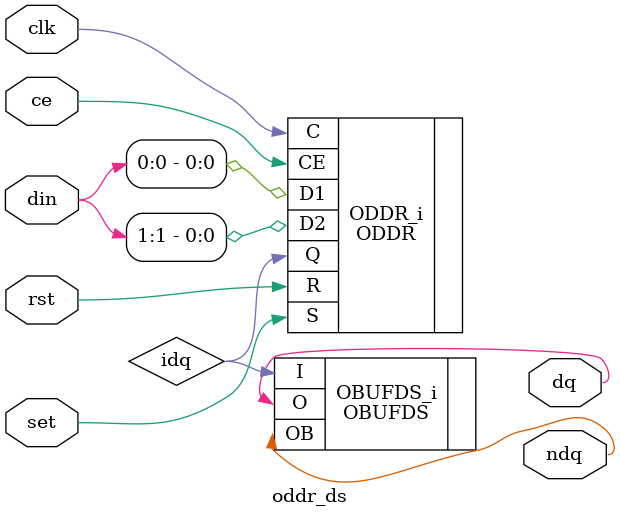
<source format=v>
/*******************************************************************************
 * Module: oddr_ds
 * Date:2014-05-13  
 * Author: Andrey Filippov
 * Description: wrapper for ODDR+OBUFDS
 *
 * Copyright (c) 2014 Elphel, Inc.
 * oddr_ds.v is free software; you can redistribute it and/or modify
 * it under the terms of the GNU General Public License as published by
 * the Free Software Foundation, either version 3 of the License, or
 * (at your option) any later version.
 *
 *  oddr_ds.v is distributed in the hope that it will be useful,
 * but WITHOUT ANY WARRANTY; without even the implied warranty of
 * MERCHANTABILITY or FITNESS FOR A PARTICULAR PURPOSE.  See the
 * GNU General Public License for more details.
 *
 * You should have received a copy of the GNU General Public License
 * along with this program.  If not, see <http://www.gnu.org/licenses/> .
 *******************************************************************************/
`timescale 1ns/1ps

module  oddr_ds # (
        parameter CAPACITANCE ="DONT_CARE",
        parameter IOSTANDARD = "DIFF_SSTL15",
        parameter SLEW =       "SLOW",
        parameter DDR_CLK_EDGE = "OPPOSITE_EDGE",
        parameter INIT          = 1'b0,
        parameter SRTYPE = "SYNC"
)(
    input  clk,
    input  ce,
    input  rst,
    input  set,
    input [1:0] din,
    output dq,
    output ndq
);
    wire idq;
    /* Instance template for module ODDR */
    ODDR #(
        .DDR_CLK_EDGE(DDR_CLK_EDGE),
        .INIT(INIT),
        .SRTYPE(SRTYPE)
    ) ODDR_i (
        .Q(idq), // output 
        .C(clk), // input 
        .CE(ce), // input 
        .D1(din[0]), // input 
        .D2(din[1]), // input 
        .R(rst), // input 
        .S(set) // input 
    );

    /* Instance template for module OBUFDS */
    OBUFDS #(
        .CAPACITANCE(CAPACITANCE),
        .IOSTANDARD(IOSTANDARD),
        .SLEW(SLEW)
    ) OBUFDS_i (
        .O(dq), // output 
        .OB(ndq), // output 
        .I(idq) // input 
    );


endmodule


</source>
